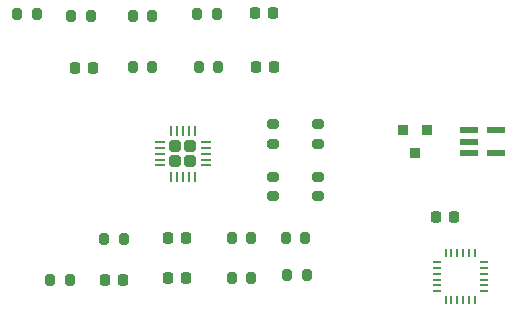
<source format=gtp>
%TF.GenerationSoftware,KiCad,Pcbnew,(6.0.9)*%
%TF.CreationDate,2024-01-25T22:47:47-06:00*%
%TF.ProjectId,AD8232_Heart_Rate_Monitor_v4.0,41443832-3332-45f4-9865-6172745f5261,rev?*%
%TF.SameCoordinates,Original*%
%TF.FileFunction,Paste,Top*%
%TF.FilePolarity,Positive*%
%FSLAX46Y46*%
G04 Gerber Fmt 4.6, Leading zero omitted, Abs format (unit mm)*
G04 Created by KiCad (PCBNEW (6.0.9)) date 2024-01-25 22:47:47*
%MOMM*%
%LPD*%
G01*
G04 APERTURE LIST*
G04 Aperture macros list*
%AMRoundRect*
0 Rectangle with rounded corners*
0 $1 Rounding radius*
0 $2 $3 $4 $5 $6 $7 $8 $9 X,Y pos of 4 corners*
0 Add a 4 corners polygon primitive as box body*
4,1,4,$2,$3,$4,$5,$6,$7,$8,$9,$2,$3,0*
0 Add four circle primitives for the rounded corners*
1,1,$1+$1,$2,$3*
1,1,$1+$1,$4,$5*
1,1,$1+$1,$6,$7*
1,1,$1+$1,$8,$9*
0 Add four rect primitives between the rounded corners*
20,1,$1+$1,$2,$3,$4,$5,0*
20,1,$1+$1,$4,$5,$6,$7,0*
20,1,$1+$1,$6,$7,$8,$9,0*
20,1,$1+$1,$8,$9,$2,$3,0*%
G04 Aperture macros list end*
%ADD10RoundRect,0.225000X-0.225000X-0.250000X0.225000X-0.250000X0.225000X0.250000X-0.225000X0.250000X0*%
%ADD11RoundRect,0.200000X0.275000X-0.200000X0.275000X0.200000X-0.275000X0.200000X-0.275000X-0.200000X0*%
%ADD12RoundRect,0.200000X-0.200000X-0.275000X0.200000X-0.275000X0.200000X0.275000X-0.200000X0.275000X0*%
%ADD13RoundRect,0.200000X0.200000X0.275000X-0.200000X0.275000X-0.200000X-0.275000X0.200000X-0.275000X0*%
%ADD14RoundRect,0.200000X-0.275000X0.200000X-0.275000X-0.200000X0.275000X-0.200000X0.275000X0.200000X0*%
%ADD15RoundRect,0.225000X0.225000X0.250000X-0.225000X0.250000X-0.225000X-0.250000X0.225000X-0.250000X0*%
%ADD16RoundRect,0.250000X-0.255000X-0.255000X0.255000X-0.255000X0.255000X0.255000X-0.255000X0.255000X0*%
%ADD17RoundRect,0.062500X-0.350000X-0.062500X0.350000X-0.062500X0.350000X0.062500X-0.350000X0.062500X0*%
%ADD18RoundRect,0.062500X-0.062500X-0.350000X0.062500X-0.350000X0.062500X0.350000X-0.062500X0.350000X0*%
%ADD19R,0.790000X0.260000*%
%ADD20R,0.260000X0.790000*%
%ADD21R,0.812800X0.889000*%
%ADD22RoundRect,0.041300X-0.683700X-0.253700X0.683700X-0.253700X0.683700X0.253700X-0.683700X0.253700X0*%
G04 APERTURE END LIST*
D10*
X123050000Y-70485000D03*
X124600000Y-70485000D03*
X122923000Y-65913000D03*
X124473000Y-65913000D03*
X107683000Y-70612000D03*
X109233000Y-70612000D03*
X115557000Y-88392000D03*
X117107000Y-88392000D03*
D11*
X124460000Y-77025000D03*
X124460000Y-75375000D03*
D12*
X120968000Y-84963000D03*
X122618000Y-84963000D03*
D13*
X114236000Y-66167000D03*
X112586000Y-66167000D03*
D11*
X124460000Y-81470000D03*
X124460000Y-79820000D03*
D14*
X128270000Y-79820000D03*
X128270000Y-81470000D03*
D12*
X120968000Y-88392000D03*
X122618000Y-88392000D03*
D15*
X111773000Y-88519000D03*
X110223000Y-88519000D03*
D12*
X125540000Y-84963000D03*
X127190000Y-84963000D03*
D13*
X114236000Y-70485000D03*
X112586000Y-70485000D03*
X109029000Y-66167000D03*
X107379000Y-66167000D03*
D12*
X118047000Y-66040000D03*
X119697000Y-66040000D03*
D13*
X119824000Y-70485000D03*
X118174000Y-70485000D03*
D15*
X117107000Y-84963000D03*
X115557000Y-84963000D03*
D12*
X102807000Y-66040000D03*
X104457000Y-66040000D03*
X110173000Y-85090000D03*
X111823000Y-85090000D03*
D13*
X107251000Y-88519000D03*
X105601000Y-88519000D03*
D12*
X125667000Y-88138000D03*
X127317000Y-88138000D03*
D11*
X128270000Y-77025000D03*
X128270000Y-75375000D03*
D16*
X116215000Y-77226000D03*
X117465000Y-78476000D03*
X117465000Y-77226000D03*
X116215000Y-78476000D03*
D17*
X114902500Y-76851000D03*
X114902500Y-77351000D03*
X114902500Y-77851000D03*
X114902500Y-78351000D03*
X114902500Y-78851000D03*
D18*
X115840000Y-79788500D03*
X116340000Y-79788500D03*
X116840000Y-79788500D03*
X117340000Y-79788500D03*
X117840000Y-79788500D03*
D17*
X118777500Y-78851000D03*
X118777500Y-78351000D03*
X118777500Y-77851000D03*
X118777500Y-77351000D03*
X118777500Y-76851000D03*
D18*
X117840000Y-75913500D03*
X117340000Y-75913500D03*
X116840000Y-75913500D03*
X116340000Y-75913500D03*
X115840000Y-75913500D03*
D19*
X142305000Y-89515000D03*
X142305000Y-89015000D03*
X142305000Y-88515000D03*
X142305000Y-88015000D03*
X142305000Y-87515000D03*
X142305000Y-87015000D03*
D20*
X141585000Y-86295000D03*
X141085000Y-86295000D03*
X140585000Y-86295000D03*
X140085000Y-86295000D03*
X139585000Y-86295000D03*
X139085000Y-86295000D03*
D19*
X138365000Y-87015000D03*
X138365000Y-87515000D03*
X138365000Y-88015000D03*
X138365000Y-88515000D03*
X138365000Y-89015000D03*
X138365000Y-89515000D03*
D20*
X139085000Y-90235000D03*
X139585000Y-90235000D03*
X140085000Y-90235000D03*
X140585000Y-90235000D03*
X141085000Y-90235000D03*
X141585000Y-90235000D03*
D21*
X137549999Y-75890001D03*
X135500001Y-75890001D03*
X136525000Y-77780000D03*
D22*
X141085000Y-75885000D03*
X141085000Y-76835000D03*
X141085000Y-77785000D03*
X143395000Y-77785000D03*
X143395000Y-75885000D03*
D15*
X139840000Y-83185000D03*
X138290000Y-83185000D03*
M02*

</source>
